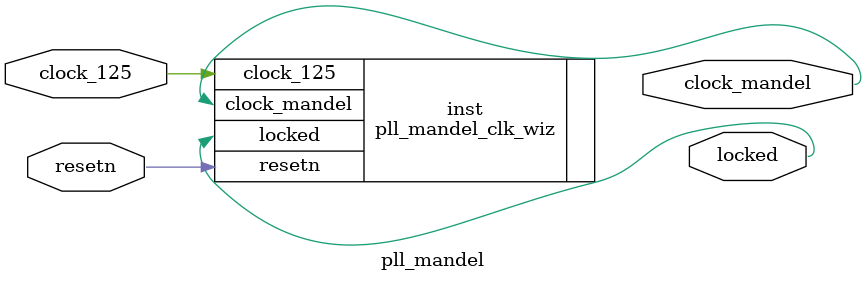
<source format=v>


`timescale 1ps/1ps

(* CORE_GENERATION_INFO = "pll_mandel,clk_wiz_v6_0_13_0_0,{component_name=pll_mandel,use_phase_alignment=true,use_min_o_jitter=false,use_max_i_jitter=false,use_dyn_phase_shift=false,use_inclk_switchover=false,use_dyn_reconfig=false,enable_axi=0,feedback_source=FDBK_AUTO,PRIMITIVE=MMCM,num_out_clk=1,clkin1_period=8.000,clkin2_period=10.0,use_power_down=false,use_reset=true,use_locked=true,use_inclk_stopped=false,feedback_type=SINGLE,CLOCK_MGR_TYPE=NA,manual_override=false}" *)

module pll_mandel 
 (
  // Clock out ports
  output        clock_mandel,
  // Status and control signals
  input         resetn,
  output        locked,
 // Clock in ports
  input         clock_125
 );

  pll_mandel_clk_wiz inst
  (
  // Clock out ports  
  .clock_mandel(clock_mandel),
  // Status and control signals               
  .resetn(resetn), 
  .locked(locked),
 // Clock in ports
  .clock_125(clock_125)
  );

endmodule

</source>
